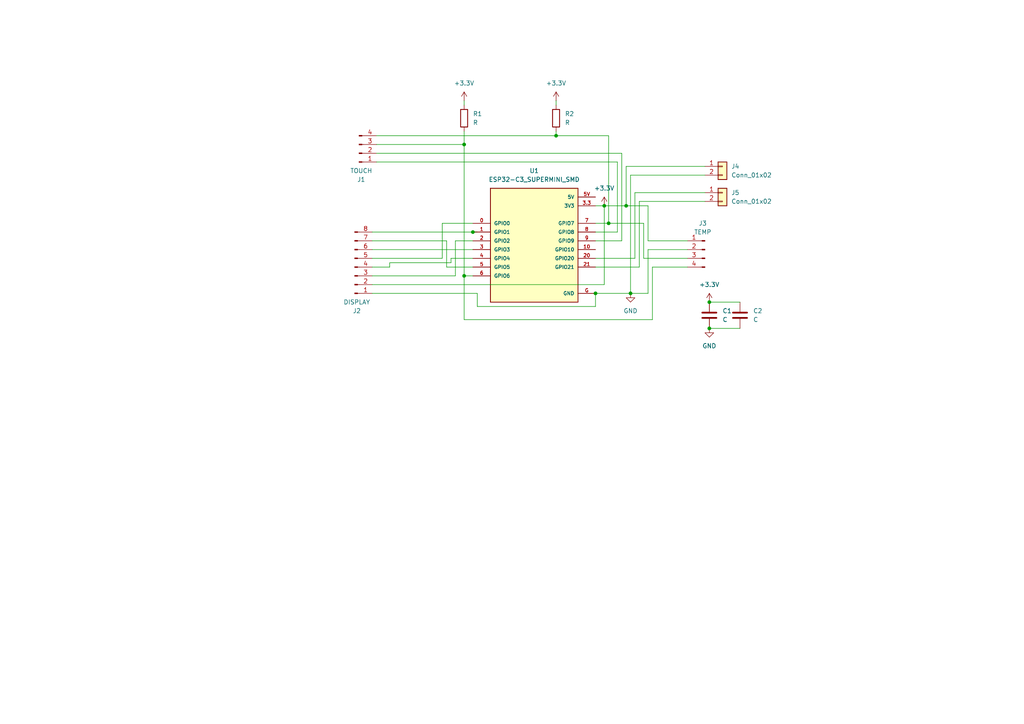
<source format=kicad_sch>
(kicad_sch (version 20250114) (generator "eeschema") (generator_version "9.0")
  (paper "A4")
  (lib_symbols
    (symbol "Connector:Conn_01x04_Pin" (pin_names (offset 1.016) (hide yes))
      (property "Reference" "J" (at 0 5.08 0))
      (property "Value" "Conn_01x04_Pin" (at 0 -7.62 0))
      (symbol "Conn_01x04_Pin_1_1"
        (rectangle (start 0.8636 2.667) (end 0 2.413) (stroke (width 0.1524)) (fill (type outline)))
        (rectangle (start 0.8636 0.127) (end 0 -0.127) (stroke (width 0.1524)) (fill (type outline)))
        (rectangle (start 0.8636 -2.413) (end 0 -2.667) (stroke (width 0.1524)) (fill (type outline)))
        (rectangle (start 0.8636 -4.953) (end 0 -5.207) (stroke (width 0.1524)) (fill (type outline)))
        (polyline (pts (xy 1.27 2.54) (xy 0.8636 2.54)) (stroke (width 0.1524)))
        (polyline (pts (xy 1.27 0) (xy 0.8636 0)) (stroke (width 0.1524)))
        (polyline (pts (xy 1.27 -2.54) (xy 0.8636 -2.54)) (stroke (width 0.1524)))
        (polyline (pts (xy 1.27 -5.08) (xy 0.8636 -5.08)) (stroke (width 0.1524)))
        (pin passive line (at 5.08 2.54 180) (length 3.81) (name "Pin_1") (number "1"))
        (pin passive line (at 5.08 0 180) (length 3.81) (name "Pin_2") (number "2"))
        (pin passive line (at 5.08 -2.54 180) (length 3.81) (name "Pin_3") (number "3"))
        (pin passive line (at 5.08 -5.08 180) (length 3.81) (name "Pin_4") (number "4"))
      )
    )
    (symbol "Connector:Conn_01x08_Pin" (pin_names (offset 1.016) (hide yes))
      (property "Reference" "J" (at 0 10.16 0))
      (property "Value" "Conn_01x08_Pin" (at 0 -12.7 0))
      (symbol "Conn_01x08_Pin_1_1"
        (rectangle (start 0.8636 7.747) (end 0 7.493) (stroke (width 0.1524)) (fill (type outline)))
        (rectangle (start 0.8636 5.207) (end 0 4.953) (stroke (width 0.1524)) (fill (type outline)))
        (rectangle (start 0.8636 2.667) (end 0 2.413) (stroke (width 0.1524)) (fill (type outline)))
        (rectangle (start 0.8636 0.127) (end 0 -0.127) (stroke (width 0.1524)) (fill (type outline)))
        (rectangle (start 0.8636 -2.413) (end 0 -2.667) (stroke (width 0.1524)) (fill (type outline)))
        (rectangle (start 0.8636 -4.953) (end 0 -5.207) (stroke (width 0.1524)) (fill (type outline)))
        (rectangle (start 0.8636 -7.493) (end 0 -7.747) (stroke (width 0.1524)) (fill (type outline)))
        (rectangle (start 0.8636 -10.033) (end 0 -10.287) (stroke (width 0.1524)) (fill (type outline)))
        (polyline (pts (xy 1.27 7.62) (xy 0.8636 7.62)) (stroke (width 0.1524)))
        (polyline (pts (xy 1.27 5.08) (xy 0.8636 5.08)) (stroke (width 0.1524)))
        (polyline (pts (xy 1.27 2.54) (xy 0.8636 2.54)) (stroke (width 0.1524)))
        (polyline (pts (xy 1.27 0) (xy 0.8636 0)) (stroke (width 0.1524)))
        (polyline (pts (xy 1.27 -2.54) (xy 0.8636 -2.54)) (stroke (width 0.1524)))
        (polyline (pts (xy 1.27 -5.08) (xy 0.8636 -5.08)) (stroke (width 0.1524)))
        (polyline (pts (xy 1.27 -7.62) (xy 0.8636 -7.62)) (stroke (width 0.1524)))
        (polyline (pts (xy 1.27 -10.16) (xy 0.8636 -10.16)) (stroke (width 0.1524)))
        (pin passive line (at 5.08 7.62 180) (length 3.81) (name "Pin_1") (number "1"))
        (pin passive line (at 5.08 5.08 180) (length 3.81) (name "Pin_2") (number "2"))
        (pin passive line (at 5.08 2.54 180) (length 3.81) (name "Pin_3") (number "3"))
        (pin passive line (at 5.08 0 180) (length 3.81) (name "Pin_4") (number "4"))
        (pin passive line (at 5.08 -2.54 180) (length 3.81) (name "Pin_5") (number "5"))
        (pin passive line (at 5.08 -5.08 180) (length 3.81) (name "Pin_6") (number "6"))
        (pin passive line (at 5.08 -7.62 180) (length 3.81) (name "Pin_7") (number "7"))
        (pin passive line (at 5.08 -10.16 180) (length 3.81) (name "Pin_8") (number "8"))
      )
    )
    (symbol "Connector_Generic:Conn_01x02" (pin_names (offset 1.016) (hide yes))
      (property "Reference" "J" (at 0 2.54 0))
      (property "Value" "Conn_01x02" (at 0 -5.08 0))
      (symbol "Conn_01x02_1_1"
        (rectangle (start -1.27 1.27) (end 1.27 -3.81) (stroke (width 0.254)) (fill (type background)))
        (rectangle (start -1.27 0.127) (end 0 -0.127) (stroke (width 0.1524)))
        (rectangle (start -1.27 -2.413) (end 0 -2.667) (stroke (width 0.1524)))
        (pin passive line (at -5.08 0 0) (length 3.81) (name "Pin_1") (number "1"))
        (pin passive line (at -5.08 -2.54 0) (length 3.81) (name "Pin_2") (number "2"))
      )
    )
    (symbol "Device:C" (pin_numbers (hide yes)) (pin_names (offset 0.254))
      (property "Reference" "C" (at 0.635 2.54 0))
      (property "Value" "C" (at 0.635 -2.54 0))
      (symbol "C_0_1"
        (polyline (pts (xy -2.032 0.762) (xy 2.032 0.762)) (stroke (width 0.508)))
        (polyline (pts (xy -2.032 -0.762) (xy 2.032 -0.762)) (stroke (width 0.508)))
      )
      (symbol "C_1_1"
        (pin passive line (at 0 3.81 270) (length 2.794) (name "~") (number "1"))
        (pin passive line (at 0 -3.81 90) (length 2.794) (name "~") (number "2"))
      )
    )
    (symbol "Device:R" (pin_numbers (hide yes)) (pin_names (offset 0))
      (property "Reference" "R" (at 2.032 0 90))
      (property "Value" "R" (at 0 0 90))
      (symbol "R_0_1"
        (rectangle (start -1.016 -2.54) (end 1.016 2.54) (stroke (width 0.254)))
      )
      (symbol "R_1_1"
        (pin passive line (at 0 3.81 270) (length 1.27) (name "~") (number "1"))
        (pin passive line (at 0 -3.81 90) (length 1.27) (name "~") (number "2"))
      )
    )
    (symbol "ESP32-C3_SUPERMINI_SMD:ESP32-C3_SUPERMINI_SMD" (pin_names (offset 1.016))
      (property "Reference" "U" (at -12.7 16.002 0))
      (property "Value" "ESP32-C3_SUPERMINI_SMD" (at -12.7 -20.32 0))
      (symbol "ESP32-C3_SUPERMINI_SMD_0_0"
        (rectangle (start -12.7 -17.78) (end 12.7 15.24) (stroke (width 0.254)) (fill (type background)))
        (pin bidirectional line (at -17.78 5.08 0) (length 5.08) (name "GPIO0") (number "0"))
        (pin bidirectional line (at -17.78 2.54 0) (length 5.08) (name "GPIO1") (number "1"))
        (pin bidirectional line (at -17.78 0 0) (length 5.08) (name "GPIO2") (number "2"))
        (pin bidirectional line (at -17.78 -2.54 0) (length 5.08) (name "GPIO3") (number "3"))
        (pin bidirectional line (at -17.78 -5.08 0) (length 5.08) (name "GPIO4") (number "4"))
        (pin bidirectional line (at -17.78 -7.62 0) (length 5.08) (name "GPIO5") (number "5"))
        (pin bidirectional line (at -17.78 -10.16 0) (length 5.08) (name "GPIO6") (number "6"))
        (pin power_in line (at 17.78 12.7 180) (length 5.08) (name "5V") (number "5V"))
        (pin power_in line (at 17.78 10.16 180) (length 5.08) (name "3V3") (number "3.3"))
        (pin bidirectional line (at 17.78 5.08 180) (length 5.08) (name "GPIO7") (number "7"))
        (pin bidirectional line (at 17.78 2.54 180) (length 5.08) (name "GPIO8") (number "8"))
        (pin bidirectional line (at 17.78 0 180) (length 5.08) (name "GPIO9") (number "9"))
        (pin bidirectional line (at 17.78 -2.54 180) (length 5.08) (name "GPIO10") (number "10"))
        (pin bidirectional line (at 17.78 -5.08 180) (length 5.08) (name "GPIO20") (number "20"))
        (pin bidirectional line (at 17.78 -7.62 180) (length 5.08) (name "GPIO21") (number "21"))
        (pin power_in line (at 17.78 -15.24 180) (length 5.08) (name "GND") (number "G"))
      )
    )
    (symbol "power:+3.3V" (power) (pin_numbers (hide yes)) (pin_names (offset 0) (hide yes))
      (property "Value" "+3.3V" (at 0 3.556 0))
      (symbol "+3.3V_0_1"
        (polyline (pts (xy -0.762 1.27) (xy 0 2.54)))
        (polyline (pts (xy 0 2.54) (xy 0.762 1.27)))
        (polyline (pts (xy 0 0) (xy 0 2.54)))
      )
      (symbol "+3.3V_1_1"
        (pin power_in line (at 0 0 90) (length 0) (name "~") (number "1"))
      )
    )
    (symbol "power:GND" (power) (pin_numbers (hide yes)) (pin_names (offset 0) (hide yes))
      (property "Value" "GND" (at 0 -3.81 0))
      (symbol "GND_0_1"
        (polyline (pts (xy 0 0) (xy 0 -1.27) (xy 1.27 -1.27) (xy 0 -2.54) (xy -1.27 -1.27) (xy 0 -1.27)))
      )
      (symbol "GND_1_1"
        (pin power_in line (at 0 0 270) (length 0) (name "~") (number "1"))
      )
    )
  )
  (junction (at 181.61 59.69))
  (junction (at 182.88 85.09))
  (junction (at 205.74 95.25))
  (junction (at 205.74 87.63))
  (junction (at 134.62 41.91))
  (junction (at 172.72 85.09))
  (junction (at 137.16 67.31))
  (junction (at 134.62 80.01))
  (junction (at 161.29 39.37))
  (junction (at 176.53 64.77))
  (junction (at 175.26 59.69))
  (wire (pts (xy 199.39 72.39) (xy 187.96 72.39)))
  (wire (pts (xy 181.61 48.26) (xy 181.61 59.69)))
  (wire (pts (xy 161.29 29.21) (xy 161.29 30.48)))
  (wire (pts (xy 130.81 74.93) (xy 130.81 76.2)))
  (wire (pts (xy 107.95 85.09) (xy 138.43 85.09)))
  (wire (pts (xy 161.29 39.37) (xy 109.22 39.37)))
  (wire (pts (xy 172.72 64.77) (xy 176.53 64.77)))
  (wire (pts (xy 185.42 77.47) (xy 185.42 58.42)))
  (wire (pts (xy 181.61 59.69) (xy 175.26 59.69)))
  (wire (pts (xy 186.69 64.77) (xy 176.53 64.77)))
  (wire (pts (xy 184.15 55.88) (xy 184.15 74.93)))
  (wire (pts (xy 137.16 74.93) (xy 130.81 74.93)))
  (wire (pts (xy 184.15 74.93) (xy 172.72 74.93)))
  (wire (pts (xy 199.39 77.47) (xy 189.23 77.47)))
  (wire (pts (xy 182.88 50.8) (xy 182.88 85.09)))
  (wire (pts (xy 107.95 82.55) (xy 175.26 82.55)))
  (wire (pts (xy 137.16 69.85) (xy 132.08 69.85)))
  (wire (pts (xy 199.39 74.93) (xy 186.69 74.93)))
  (wire (pts (xy 179.07 46.99) (xy 109.22 46.99)))
  (wire (pts (xy 172.72 67.31) (xy 179.07 67.31)))
  (wire (pts (xy 134.62 29.21) (xy 134.62 30.48)))
  (wire (pts (xy 172.72 88.9) (xy 172.72 85.09)))
  (wire (pts (xy 132.08 69.85) (xy 132.08 80.01)))
  (wire (pts (xy 186.69 74.93) (xy 186.69 64.77)))
  (wire (pts (xy 204.47 48.26) (xy 181.61 48.26)))
  (wire (pts (xy 132.08 80.01) (xy 107.95 80.01)))
  (wire (pts (xy 129.54 69.85) (xy 129.54 77.47)))
  (wire (pts (xy 138.43 88.9) (xy 172.72 88.9)))
  (wire (pts (xy 180.34 44.45) (xy 180.34 69.85)))
  (wire (pts (xy 134.62 80.01) (xy 134.62 41.91)))
  (wire (pts (xy 189.23 77.47) (xy 189.23 92.71)))
  (wire (pts (xy 175.26 59.69) (xy 172.72 59.69)))
  (wire (pts (xy 205.74 95.25) (xy 214.63 95.25)))
  (wire (pts (xy 113.03 76.2) (xy 113.03 77.47)))
  (wire (pts (xy 180.34 69.85) (xy 172.72 69.85)))
  (wire (pts (xy 205.74 87.63) (xy 214.63 87.63)))
  (wire (pts (xy 161.29 38.1) (xy 161.29 39.37)))
  (wire (pts (xy 185.42 58.42) (xy 204.47 58.42)))
  (wire (pts (xy 182.88 85.09) (xy 172.72 85.09)))
  (wire (pts (xy 134.62 41.91) (xy 109.22 41.91)))
  (wire (pts (xy 109.22 44.45) (xy 180.34 44.45)))
  (wire (pts (xy 204.47 55.88) (xy 184.15 55.88)))
  (wire (pts (xy 107.95 69.85) (xy 129.54 69.85)))
  (wire (pts (xy 179.07 67.31) (xy 179.07 46.99)))
  (wire (pts (xy 107.95 74.93) (xy 128.27 74.93)))
  (wire (pts (xy 199.39 69.85) (xy 187.96 69.85)))
  (wire (pts (xy 134.62 92.71) (xy 134.62 80.01)))
  (wire (pts (xy 128.27 74.93) (xy 128.27 64.77)))
  (wire (pts (xy 138.43 85.09) (xy 138.43 88.9)))
  (wire (pts (xy 204.47 50.8) (xy 182.88 50.8)))
  (wire (pts (xy 187.96 72.39) (xy 187.96 85.09)))
  (wire (pts (xy 129.54 77.47) (xy 137.16 77.47)))
  (wire (pts (xy 189.23 92.71) (xy 134.62 92.71)))
  (wire (pts (xy 107.95 67.31) (xy 137.16 67.31)))
  (wire (pts (xy 172.72 77.47) (xy 185.42 77.47)))
  (wire (pts (xy 187.96 59.69) (xy 181.61 59.69)))
  (wire (pts (xy 128.27 64.77) (xy 137.16 64.77)))
  (wire (pts (xy 176.53 39.37) (xy 161.29 39.37)))
  (wire (pts (xy 107.95 72.39) (xy 137.16 72.39)))
  (wire (pts (xy 137.16 80.01) (xy 134.62 80.01)))
  (wire (pts (xy 134.62 38.1) (xy 134.62 41.91)))
  (wire (pts (xy 175.26 82.55) (xy 175.26 59.69)))
  (wire (pts (xy 130.81 76.2) (xy 113.03 76.2)))
  (wire (pts (xy 187.96 69.85) (xy 187.96 59.69)))
  (wire (pts (xy 176.53 64.77) (xy 176.53 39.37)))
  (wire (pts (xy 138.43 67.31) (xy 137.16 67.31)))
  (wire (pts (xy 113.03 77.47) (xy 107.95 77.47)))
  (wire (pts (xy 187.96 85.09) (xy 182.88 85.09)))
  (symbol (lib_id "Device:C") (at 214.63 91.44 0) (unit 1)
    (property "Reference" "C2" (at 218.44 90.1699 0) (effects (justify left)))
    (property "Value" "C" (at 218.44 92.7099 0) (effects (justify left)))
    (property "Footprint" "Capacitor_SMD:C_1206_3216Metric" (effects (hide yes)))
    (property "Description" "Unpolarized capacitor" (effects (hide yes)))
  )
  (symbol (lib_id "Connector_Generic:Conn_01x02") (at 209.55 55.88 0) (unit 1)
    (property "Reference" "J5" (at 212.09 55.8799 0) (effects (justify left)))
    (property "Value" "Conn_01x02" (at 212.09 58.4199 0) (effects (justify left)))
    (property "Footprint" "Connector_PinSocket_2.54mm:PinSocket_1x02_P2.54mm_Vertical" (effects (hide yes)))
    (property "Description" "Generic connector, single row, 01x02, script generated (kicad-library-utils/schlib/autogen/connector/)" (effects (hide yes)))
  )
  (symbol (lib_id "power:GND") (at 205.74 95.25 0) (unit 1)
    (property "Reference" "#PWR05" (effects (hide yes)))
    (property "Value" "GND" (at 205.74 100.33 0))
    (property "Description" "Power symbol creates a global label with name \"GND\" , ground" (effects (hide yes)))
  )
  (symbol (lib_id "power:+3.3V") (at 134.62 29.21 0) (unit 1)
    (property "Reference" "#PWR04" (effects (hide yes)))
    (property "Value" "+3.3V" (at 134.62 24.13 0))
    (property "Description" "Power symbol creates a global label with name \"+3.3V\"" (effects (hide yes)))
  )
  (symbol (lib_id "power:GND") (at 182.88 85.09 0) (unit 1)
    (property "Reference" "#PWR01" (effects (hide yes)))
    (property "Value" "GND" (at 182.88 90.17 0))
    (property "Description" "Power symbol creates a global label with name \"GND\" , ground" (effects (hide yes)))
  )
  (symbol (lib_id "Device:C") (at 205.74 91.44 0) (unit 1)
    (property "Reference" "C1" (at 209.55 90.1699 0) (effects (justify left)))
    (property "Value" "C" (at 209.55 92.7099 0) (effects (justify left)))
    (property "Footprint" "Capacitor_SMD:C_0805_2012Metric" (effects (hide yes)))
    (property "Description" "Unpolarized capacitor" (effects (hide yes)))
  )
  (symbol (lib_id "Connector:Conn_01x08_Pin") (at 102.87 77.47 0) (mirror x) (unit 1)
    (property "Reference" "J2" (at 103.505 90.17 0))
    (property "Value" "DISPLAY" (at 103.505 87.63 0))
    (property "Footprint" "Connector_Samtec_MicroPower:Samtec_UMPS-08-XX.X-X-V-S_1x08_P2.0mm_Socket" (effects (hide yes)))
    (property "Description" "Generic connector, single row, 01x08, script generated" (effects (hide yes)))
  )
  (symbol (lib_id "Device:R") (at 161.29 34.29 0) (unit 1)
    (property "Reference" "R2" (at 163.83 33.0199 0) (effects (justify left)))
    (property "Value" "R" (at 163.83 35.5599 0) (effects (justify left)))
    (property "Footprint" "Resistor_SMD:R_0603_1608Metric" (effects (hide yes)))
    (property "Description" "Resistor" (effects (hide yes)))
  )
  (symbol (lib_id "Device:R") (at 134.62 34.29 0) (unit 1)
    (property "Reference" "R1" (at 137.16 33.0199 0) (effects (justify left)))
    (property "Value" "R" (at 137.16 35.5599 0) (effects (justify left)))
    (property "Footprint" "Resistor_SMD:R_0603_1608Metric" (effects (hide yes)))
    (property "Description" "Resistor" (effects (hide yes)))
  )
  (symbol (lib_id "Connector:Conn_01x04_Pin") (at 104.14 44.45 0) (mirror x) (unit 1)
    (property "Reference" "J1" (at 104.775 52.07 0))
    (property "Value" "TOUCH" (at 104.775 49.53 0))
    (property "Footprint" "Connector_Samtec_MicroPower:Samtec_UMPS-04-XX.X-X-V-S_1x04_P2.0mm_Socket" (effects (hide yes)))
    (property "Description" "Generic connector, single row, 01x04, script generated" (effects (hide yes)))
  )
  (symbol (lib_id "Connector_Generic:Conn_01x02") (at 209.55 48.26 0) (unit 1)
    (property "Reference" "J4" (at 212.09 48.2599 0) (effects (justify left)))
    (property "Value" "Conn_01x02" (at 212.09 50.7999 0) (effects (justify left)))
    (property "Footprint" "Connector_PinSocket_2.54mm:PinSocket_1x02_P2.54mm_Vertical" (effects (hide yes)))
    (property "Description" "Generic connector, single row, 01x02, script generated (kicad-library-utils/schlib/autogen/connector/)" (effects (hide yes)))
  )
  (symbol (lib_id "ESP32-C3_SUPERMINI_SMD:ESP32-C3_SUPERMINI_SMD") (at 154.94 69.85 0) (unit 1)
    (property "Reference" "U1" (at 154.94 49.53 0))
    (property "Value" "ESP32-C3_SUPERMINI_SMD" (at 154.94 52.07 0))
    (property "Footprint" "Bauteile:MODULE_ESP32-C3_SUPERMINI" (effects (hide yes)))
    (property "MF" "Espressif Systems" (effects (hide yes)))
    (property "MAXIMUM_PACKAGE_HEIGHT" "4.2mm" (effects (hide yes)))
    (property "Package" "None" (effects (hide yes)))
    (property "Price" "None" (effects (hide yes)))
    (property "Check_prices" "https://www.snapeda.com/parts/ESP32-C3%20SuperMini_SMD/Espressif+Systems/view-part/?ref=eda" (effects (hide yes)))
    (property "STANDARD" "Manufacturer Recommendations" (effects (hide yes)))
    (property "SnapEDA_Link" "https://www.snapeda.com/parts/ESP32-C3%20SuperMini_SMD/Espressif+Systems/view-part/?ref=snap" (effects (hide yes)))
    (property "MP" "ESP32-C3 SuperMini_SMD" (effects (hide yes)))
    (property "Description_1" "Super tiny ESP32-C3 board" (effects (hide yes)))
    (property "Availability" "Not in stock" (effects (hide yes)))
    (property "MANUFACTURER" "Espressif" (effects (hide yes)))
  )
  (symbol (lib_id "power:+3.3V") (at 205.74 87.63 0) (unit 1)
    (property "Reference" "#PWR06" (effects (hide yes)))
    (property "Value" "+3.3V" (at 205.74 82.55 0))
    (property "Description" "Power symbol creates a global label with name \"+3.3V\"" (effects (hide yes)))
  )
  (symbol (lib_id "Connector:Conn_01x04_Pin") (at 204.47 72.39 0) (mirror y) (unit 1)
    (property "Reference" "J3" (at 203.835 64.77 0))
    (property "Value" "TEMP" (at 203.835 67.31 0))
    (property "Footprint" "Connector_PinHeader_2.54mm:PinHeader_1x04_P2.54mm_Vertical" (effects (hide yes)))
    (property "Description" "Generic connector, single row, 01x04, script generated" (effects (hide yes)))
  )
  (symbol (lib_id "power:+3.3V") (at 161.29 29.21 0) (unit 1)
    (property "Reference" "#PWR03" (effects (hide yes)))
    (property "Value" "+3.3V" (at 161.29 24.13 0))
    (property "Description" "Power symbol creates a global label with name \"+3.3V\"" (effects (hide yes)))
  )
  (symbol (lib_id "power:+3.3V") (at 175.26 59.69 0) (unit 1)
    (property "Reference" "#PWR02" (effects (hide yes)))
    (property "Value" "+3.3V" (at 175.26 54.61 0))
    (property "Description" "Power symbol creates a global label with name \"+3.3V\"" (effects (hide yes)))
  )
)
</source>
